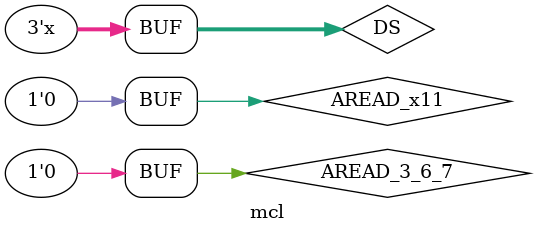
<source format=sv>
`timescale 1ns/1ns
`include "ebox.svh"

module mcl(iAPR APR,
           iCLK CLK,
           iCON CON,
           iCRAM CRAM,
           iCTL CTL,
           iEBUS EBUS,
           iEDP EDP,
           iIR IR,
           iPI PIC,
           iMCL MCL,
           iSCD SCD,
           iVMA VMA
);

  bit clk;
  assign clk = CLK.MCL;

  // MCL1 p.371
  bit [4:6] DS;
  bit DIAG_READ;
  bit MEM_AREAD, MEM_WR_CYCLE, MEM_RPW_CYCLE, MEM_COND_FETCH;
  bit MEM_AD_FUNC, MEM_EA_CALC, MEM_LOAD_AR, MEM_LOAD_ARX;
  bit MEM_RW_CYCLE, MEM_WRITE, MEM_UNCOND_FETCH;
  bit LOAD_AD_FUNC, LOAD_VMA_HELD;
  bit AREAD_EA, RW_OR_RPW_CYCLE, MEM_COND_JUMP;
  bit USER_EN, PUBLIC_EN, VMA_EXT_EN;
  bit VMA_AD, VMAslashAD, AD_FUNC_08, AD_FUNC_09;
  bit AREAD_3_6_7, AREAD_001, AREAD_x11, Aeq0x0, Aeq001, AREAD_1xx;
  bit EA_PREVIOUS, EA_EXTENDED, FETCH_EN, FETCH_EN_IN;
  bit USER, USER_IOT, PUBLIC, KERNEL_CYCLE;
  bit UPT_EN, EPT_EN, SPEC_EXEC;
  bit PAGE_ILL_ENTRY, USER_COMP;
  bit BWRITE_01;
  bit REG_FUNC, MAP_FUNC, SPEC_SP_MEM_CYCLE, AD_LONG_EN, VMA_LONG_EN;
  bit AREAD_EN, XR_SHORT, PXCT, ADR_ERR, SP_MEM_CYCLE;
  bit VMA_PREVIOUS, PC_SECTION_0, PCS_SECTION_0, VMA_SECTION_0;
  bit EBOX_CACHE, EBOX_PAGING_EN;
  bit PAGED_FETCH, PHYS_REF;
  bit MEM_ARL_IND, MEM_MB_WAIT, MEM_RESTORE_VMA, MEM_B_WRITE;
  bit VMA_PAUSE, VMA_WRITE, XP_SHORT, EBOX_REG_FUNC;
  bit PXCT_B09, PXCT_B10, PXCT_B11, PXCT_B12, MEM_REG_FUNC;

  bit RESET;                  // XXX not yet initialized

  assign DS = CTL.DIAG[4:6];
  assign DIAG_READ = EDP.DIAG_READ_FUNC_10x;

  always_comb begin
    AREAD_EA = MEM_AREAD & ~Aeq001;
    RW_OR_RPW_CYCLE = MEM_RW_CYCLE | MEM_RPW_CYCLE;
    MEM_COND_JUMP = CRAM.MAGIC[5] & MEM_COND_FETCH;
    MCL.REQ_EN = (BWRITE_01 | ~MEM_B_WRITE) &
                 (CRAM.MEM[0] | CRAM.MEM[1] | RESET);
    LOAD_AD_FUNC = MEM_RESTORE_VMA | MEM_AD_FUNC;
    LOAD_VMA_HELD = CON.COND_LOAD_VMA_HELD | CRAM.MEM[2];
  end

  bit ignoredE70;
  decoder e70(.en(~CRAM.MEM[0]),
              .sel(CRAM.MEM[1:3]),
              .q({ignoredE70, MEM_ARL_IND, MEM_MB_WAIT,
                  MEM_RESTORE_VMA, MEM_AREAD, MEM_B_WRITE,
                  MEM_COND_FETCH, MEM_REG_FUNC}));

  // E64 is redundant acive low drive of mostly the same signals.
  // It is elided here.

  decoder e72(.en(CRAM.MEM[0]),
              .sel(CRAM.MEM[1:3]),
              .q({MEM_AD_FUNC, MEM_EA_CALC, MEM_LOAD_AR,
                  MEM_LOAD_ARX, MEM_RW_CYCLE, MEM_RPW_CYCLE,
                  MEM_WRITE, MEM_UNCOND_FETCH}));

  mux  e6(.en(DIAG_READ),
          .sel(DS),
          .d({VMA.HELD_OR_PC[1], VMA.HELD_OR_PC[7], MCL.VMA_READ, VMA_PAUSE,
              VMA_WRITE, MCL.LOAD_AR, MCL.LOAD_ARX, MCL.STORE_AR}),
          .q(MCL.EBUSdriver.data[18]));

  mux e11(.en(DIAG_READ),
          .sel(DS),
          .d({VMA.HELD_OR_PC[2], VMA.HELD_OR_PC[8], MEM_ARL_IND, ~MCL.REQ_EN,
              MCL.VMA_USER, MCL.VMA_PUBLIC, ~MCL.VMA_PREVIOUS, ~MCL.VMA_EXTENDED}),
          .q(MCL.EBUSdriver.data[19]));

  mux e16(.en(DIAG_READ),
          .sel(DS),
          .d({VMA.HELD_OR_PC[3], VMA.HELD_OR_PC[9], MCL.PAGE_TEST_PRIVATE, MCL.VMA_UPT,
              MCL.PAGE_UEBR_REF, MCL.PAGE_ADDRESS_COND, PAGE_ILL_ENTRY, MCL.VMA_FETCH}),
          .q(MCL.EBUSdriver.data[20]));

  mux e26(.en(DIAG_READ),
          .sel(DS),
          .d({VMA.HELD_OR_PC[4], VMA.HELD_OR_PC[10], MCL.XR_PREVIOUS, MCL.VMA_ADR_ERR,
              ~MCL.VMAX_EN, MCL.VMAX_SEL, ~MCL.PAGED_FETCH}),
          .q(MCL.EBUSdriver.data[21]));

  mux e36(.en(DIAG_READ),
          .sel(DS),
          .d({VMA.HELD_OR_PC[5], VMA.HELD_OR_PC[11], MCL.VMA_AD, MCL.VMA_INC,
              ~MCL.LOAD_VMA_CONTEXT, MCL._23_BIT_EA, MCL._18_BIT_EA,
              MCL.MBOX_CYC_REQ}),
          .q(MCL.EBUSdriver.data[22]));

  mux e27(.en(DIAG_READ),
          .sel(DS),
          .d({VMA.HELD_OR_PC[6], VMA.HELD_OR_PC[12], XP_SHORT, MCL.SHORT_STACK,
              ~MCL.EBOX_CACHE, ~MCL.EBOX_MAY_BE_PAGED, EBOX_REG_FUNC,
              ~MCL.EBOX_MAP}),
          .q(MCL.EBUSdriver.data[23]));

  // MCL2 p.372
  bit [0:3] gatedMagic, gatedAD, e13SR;

  always_comb begin
    gatedMagic = {4{MEM_EA_CALC}} & CRAM.MAGIC[0:3];
    gatedAD = {4{MEM_AD_FUNC}} & EDP.AD[1:4];
    MCL.VMA_READ = |e13SR[0:1];
    MCL.VMA_READ_OR_WRITE = e13SR[0] | e13SR[1] | e13SR[3];
    MCL.LOAD_AR = e13SR[0];
    MCL.LOAD_ARX = e13SR[1];
    MCL.VMA_PAUSE = e13SR[2];
    MCL.VMA_WRITE = e13SR[3];
    MCL.STORE_AR = e13SR[2] & ~MCL.LOAD_AR & ~MCL.LOAD_ARX & MCL.VMA_WRITE;
  end

  always_ff @(posedge clk) begin

    if (MCL.REQ_EN) begin
      e13SR[0] <= gatedMagic | gatedAD | AREAD_1xx | MEM_LOAD_AR | RW_OR_RPW_CYCLE;
      e13SR[1] <= gatedMagic | gatedAD | FETCH_EN | MEM_LOAD_ARX;
      e13SR[2] <= gatedMagic | gatedAD | AREAD_x11 | MEM_RPW_CYCLE;
      e13SR[3] <= gatedMagic | gatedAD | AREAD_3_6_7 | MEM_B_WRITE |
                  RW_OR_RPW_CYCLE | MEM_WRITE;
    end
  end

  always_comb begin
    USER_EN = MCL.VMA_PREV_EN & USER_IOT |
              USER & (KERNEL_CYCLE | FETCH_EN) & ~SPEC_EXEC |
              SPEC_SP_MEM_CYCLE & CRAM.MAGIC[1] & ~SPEC_EXEC |
              LOAD_AD_FUNC & EDP.AD[5];
    PUBLIC_EN = ~MCL.VMA_PREV_EN & (KERNEL_CYCLE | FETCH_EN) & PUBLIC |
                SCD.PCP & ~USER & MCL.VMA_PREV_EN |
                USER & PUBLIC & MCL.VMA_PREV_EN |
                LOAD_AD_FUNC & EDP.AD[6];
  end

  bit [0:3] e14SR;
  always_ff @(posedge clk) begin

    if (MCL.LOAD_VMA_CONTEXT) begin
      e14SR <= {USER_EN, PUBLIC_EN, MCL.VMA_PREV_EN, VMA_EXT_EN};
    end
  end

  always_comb begin
    MCL.VMA_EXEC = e14SR[0];
    MCL.VMA_USER = e14SR[0] & ~REG_FUNC;
    MCL.VMA_PUBLIC = e14SR[1] & ~REG_FUNC;
    MCL.VMA_PREVIOUS = e14SR[2] & ~REG_FUNC;
    MCL.VMA_EXTENDED = e14SR[3];
  end


  // MCL3 p.373
  bit e5pin3;

  always_comb begin
    UPT_EN = SPEC_SP_MEM_CYCLE & USER_EN & CRAM.MAGIC[4];
    EPT_EN = SPEC_SP_MEM_CYCLE & ~USER_EN & CRAM.MAGIC[5];
    SPEC_EXEC = SPEC_SP_MEM_CYCLE & CRAM.MAGIC[2];

    e5pin3 = (APR.FETCH_COMP & MCL.VMA_FETCH |
              APR.WRITE_COMP & VMA_WRITE |
              APR.READ_COMP & ~MCL.VMA_FETCH & MCL.VMA_READ) &
             (~MCL.VMA_USER | USER_COMP) &
             (MCL.VMA_USER | ~USER_COMP) &
             ~SCD.ADR_BRK_PREVENT & ~MAP_FUNC & ~REG_FUNC;

    MCL.PAGE_ADDRESS_COND = VMA.MATCH_13_35 & e5pin3 |
                            MCL.VMA_ADR_ERR & ~RESET;

    PAGE_ILL_ENTRY = e5pin3 & VMA.MATCH_13_35 & EBOX_PAGING_EN |
                     SCD.PRIVATE_INSTR & PUBLIC |
                     MCL.VMA_ADR_ERR;
    USER_COMP = APR.USER_COMP;
    MCL.PAGE_TEST_PRIVATE = MCL.VMA_PUBLIC & EBOX_PAGING_EN & ~MCL.VMA_FETCH;
  end

  bit [1:12] heldSR;
  always_ff @(posedge clk) begin

    if (LOAD_VMA_HELD) begin
      heldSR[1:4] <= {MCL.LOAD_AR, MCL.LOAD_ARX, MCL.VMA_PAUSE, MCL.VMA_WRITE};
      heldSR[5:8] <= {MCL.VMA_USER, MCL.VMA_PUBLIC,
                      MCL.VMA_PREVIOUS, MCL.VMA_EXTENDED};
      heldSR[9:12] <= {MCL.VMA_FETCH, MCL.EBOX_MAP,
                       ~MCL.EBOX_CACHE, ~MCL.EBOX_MAY_BE_PAGED};
    end
  end

  always_comb begin
    VMA.HELD_OR_PC[1:4] = CON.COND_SEL_VMA ?
                          heldSR[1:4] :
                          {SCD.CRY0, SCD.CRY1, SCD.FOV, SCD.FPD};
    VMA.HELD_OR_PC[5:8] = CON.COND_SEL_VMA ?
                          heldSR[5:8] :
                          {SCD.USER, SCD.USER_IOT, SCD.PUBLIC, SCD.ADR_BRK_INH};
    VMA.HELD_OR_PC[9:12] = CON.COND_SEL_VMA ?
                           heldSR[9:12] :
                           {SCD.TRAP_REQ_2, SCD.TRAP_REQ_1, SCD.FXU, SCD.DIV_CHK};
  end


  // MCL4 p.374
  bit [0:2] SR;
  always_ff @(posedge clk) begin

    if (CON.LOAD_ACCESS_COND | MEM_AREAD | RESET) begin
      SR <= CRAM.MAGIC[0:2];
    end
  end

  bit e46pin3;
  bit e48B0, e48B1;
  mux2x4 e48(.EN('1),
             .SEL(SR[1:2]),
             .D0({RESET, PXCT_B10, PXCT_B11, PXCT_B12}),
             .D1({PXCT_B09, PXCT_B11, PXCT_B12, PXCT_B12}),
             .B0(e48B0),
             .B1(e48B1));

  always_comb begin
    e46pin3 = AD_LONG_EN & MEM_EA_CALC |
              EA_EXTENDED & CRAM.MAGIC[7] & MEM_EA_CALC |
              ~MCL.SHORT_STACK & CRAM.MAGIC[8] & MEM_EA_CALC |
              AD_LONG_EN & AREAD_EN;
    VMA_EXT_EN = VMA_AD & ~SR[0] |
                 AD_FUNC_08 |
                 e46pin3;
    VMA_LONG_EN = e46pin3 |
                  MEM_REG_FUNC |
                  LOAD_AD_FUNC |
                  VMA_AD |
                  MEM_EA_CALC & CRAM.MAGIC[5];
    MCL.VMAX_SEL[0] = MCL.VMA_PREV_EN & ~VMA_PREVIOUS |
                      CRAM.SH[0] & ~MCL.LOAD_VMA |
                      VMA_LONG_EN |
                      PXCT_B12 & CRAM.MAGIC[5] & MEM_EA_CALC;
    MCL.VMAX_SEL[1] = AREAD_001 |
                      MEM_EA_CALC & CRAM.MAGIC[5] & ~PXCT_B12 |
                      VMA_LONG_EN |
                      ~MCL.LOAD_VMA & CRAM.SH[0] |
                      MCL.LOAD_VMA & ~MEM_AREAD & ~MEM_EA_CALC;
    XR_SHORT = ~MCL.VMA_PREV_EN & VMA_SECTION_0 |
               VMA_PREVIOUS & VMA_SECTION_0 & MCL.VMA_PREV_EN |
               ~VMA_PREVIOUS & PCS_SECTION_0 & MCL.VMA_PREV_EN |
               ~APR.FM_EXTENDED;
    MCL.SHORT_STACK = ~APR.FM_EXTENDED |
                      PC_SECTION_0 & ~PXCT_B12 |
                      PXCT_B12 & PCS_SECTION_0 |
                      ~APR.FM_EXTENDED;
    VMA_AD = MEM_EA_CALC | LOAD_AD_FUNC | VMA_AD | RESET | AREAD_EA;
    VMAslashAD = &CRAM.VMA;     // XXX find all earlier refs to VMA_AD and fixup
    MCL.VMA_INC = MCL.SKIP_SATISFIED & ~CON.PI_CYCLE;
    MCL.LOAD_VMA_CONTEXT = SPEC_SP_MEM_CYCLE | MCL.LOAD_VMA;
    MCL.LOAD_VMA = (~MEM_COND_JUMP | ~IR.TEST_SATISFIED) &
                   (CRAM.VMA[0] | CRAM.VMA[1] | RESET);
    MCL.VMA_PREV_EN = e48B0 & VMAslashAD |
                      AREAD_EA & PXCT_B10 |
                      EDP.AD[7] & LOAD_AD_FUNC |
                      MEM_EA_CALC &
                      (e48B1 & CRAM.MAGIC[5] |
                       MCL.XR_PREVIOUS & CRAM.MAGIC[5] |
                       EA_PREVIOUS & CRAM.MAGIC[7] |
                       PXCT_B12 & CRAM.MAGIC[8]);
  end

  mux e47(.en('1),
          .sel({PXCT_B09, SR[1:2]}),
          .d({3'b000, PXCT_B11, PXCT_B09, PXCT_B11, PXCT_B12, PXCT_B11}),
          .q(MCL.XR_PREVIOUS));

  bit e50SR;
  always_ff @(posedge clk) begin

    if (CON.LOAD_SPEC_INSTR) begin
      PXCT <= CRAM.MAGIC[4];
      KERNEL_CYCLE <= CRAM.MAGIC[1];
      e50SR <= APR.AC[9:12];
    end
  end

  always_comb begin
    {PXCT_B09, PXCT_B10, PXCT_B11, PXCT_B12} = {4{PXCT}} & e50SR;
  end


  // MCL5 p.375
  bit adrErr;
  assign adrErr = ~LOAD_AD_FUNC &
                  ~MEM_REG_FUNC &
                  VMA_LONG_EN &
                  ((EDP.AD[6:11] !== '0) | ~EDP.AD[12]);

  always_ff @(posedge clk) begin

    if (MCL.LOAD_VMA) begin
      ADR_ERR <= adrErr;
      MCL.VMA_ADR_ERR <= VMA.VMA[12] | adrErr;
    end
  end

  bit syncNotReg;
  assign syncNotReg = ~REG_FUNC | CLK.EBOX_SYNC;
  always_comb begin
    BWRITE_01 = MEM_B_WRITE & IR.DRAM_B[2];
    MCL.MBOX_CYC_REQ = CRAM.MEM[0] & syncNotReg |
                       MEM_AREAD & ~Aeq0x0 & syncNotReg |
                       MEM_COND_FETCH & ~CON.PI_CYCLE & syncNotReg |
                       CLK.EBOX_SYNC & (BWRITE_01 |
                                        MEM_REG_FUNC |
                                        MCL.SKIP_SATISFIED |
                                        FETCH_EN_IN);
    FETCH_EN_IN = IR.JRST0 & MEM_AREAD |
                  MEM_COND_FETCH & CRAM.MAGIC[0] |
                  SPEC_SP_MEM_CYCLE & CRAM.MAGIC[0] |
                  MEM_COND_FETCH & ~CON.PI_CYCLE;
    FETCH_EN = MCL.SKIP_SATISFIED | AREAD_001 | AD_FUNC_09 | MEM_UNCOND_FETCH;
    MCL.VMAX_EN = ~(SPEC_SP_MEM_CYCLE & RESET |
                    CRAM.MAGIC[3] & RESET);
    MCL._18_BIT_EA = MEM_AREAD & ~IR.DRAM_A[0] & ~IR.DRAM_A[1];
    MCL._23_BIT_EA = MEM_AREAD & ~AD_LONG_EN;
    AD_LONG_EN = CRAM.SH[1] | CRAM.SH[0] & ~XR_SHORT;
    MCL.SKIP_SATISFIED = MEM_COND_FETCH & CRAM.MAGIC[5] & IR.TEST_SATISFIED;
    SP_MEM_CYCLE = CTL.SPEC_SP_MEM_CYCLE;
    RESET = CLK.MR_RESET;

    Aeq0x0 = IR.DRAM_A == 3'b000 || IR.DRAM_A == 3'b010;
    Aeq001 = IR.DRAM_A == 3'b001;
    AREAD_001 = Aeq001 && MEM_AREAD;
    AREAD_x11 = IR.DRAM_A == 3'b111 && MEM_AREAD;
    AREAD_3_6_7 = (IR.DRAM_A == 3'b011 ||
                   IR.DRAM_A == 3'b110 ||
                   IR.DRAM_A == 3'b111) &
                  MEM_AREAD;
  end

  always_ff @(posedge clk) begin

    if (MEM_AREAD) begin
      EA_PREVIOUS <= MCL.VMA_PREV_EN;
      EA_EXTENDED <= VMA_EXT_EN;
    end
  end


  // MCL6 p.376
  bit [0:3] e33SR;
  always_comb begin
    AD_FUNC_08 = EDP.AD[8] & LOAD_AD_FUNC;
    AD_FUNC_09 = EDP.AD[9] & LOAD_AD_FUNC;
    VMA_SECTION_0 = ~CTL.DIAG_FORCE_EXTEND & VMA.VMA_SECTION_0;
    PC_SECTION_0 = ~CTL.DIAG_FORCE_EXTEND & VMA.PC_SECTION_0;
    PCS_SECTION_0 = ~CTL.DIAG_FORCE_EXTEND & VMA.PCS_SECTION_0;

    USER = SCD.USER;
    USER_IOT = SCD.USER_IOT;
    PUBLIC = SCD.PUBLIC;

    EBOX_CACHE = e33SR[0] & ~REG_FUNC;
    EBOX_PAGING_EN = e33SR[1];
    MCL.EBOX_MAY_BE_PAGED = EBOX_PAGING_EN & ~REG_FUNC;
    MCL.VMA_EPT = e33SR[2];
    MCL.VMA_UPT = e33SR[3];
    MCL.PAGE_UEBR_REF = MCL.VMA_EPT | MCL.VMA_UPT;
    MCL.EBOX_MAP = MAP_FUNC;
    PAGED_FETCH = MCL.VMA_FETCH & ~MCL.PAGE_UEBR_REF & MCL.EBOX_MAY_BE_PAGED;
    PHYS_REF = CRAM.MAGIC[8] & SPEC_SP_MEM_CYCLE;
  end

  always_ff @(posedge clk) begin

    if (MCL.LOAD_VMA_CONTEXT) begin
      e33SR[0] = ~CON.CACHE_LOAD_EN |
                 SPEC_SP_MEM_CYCLE & CRAM.MAGIC[7] |
                 LOAD_AD_FUNC & EDP.AD[11];
      e33SR[1] = ~CON.TRAP_EN |
                 SPEC_SP_MEM_CYCLE & LOAD_AD_FUNC |
                 SPEC_SP_MEM_CYCLE & CRAM.MAGIC[08] |
                 LOAD_AD_FUNC & EDP.AD[12];
      e33SR[2] = EPT_EN;
      e33SR[3] = UPT_EN;
      MCL.PAGE_UEBR_REF_A <= PHYS_REF | EPT_EN | UPT_EN; // XXX find wrong references
    end

    if (MCL.REQ_EN) begin
      MAP_FUNC <= MEM_REG_FUNC & CRAM.MAGIC[3] | LOAD_AD_FUNC & EDP.AD[12];
      REG_FUNC <= MEM_REG_FUNC & CRAM.MAGIC[0];
      MCL.VMA_FETCH <= FETCH_EN;
    end
  end
endmodule // mcl

</source>
